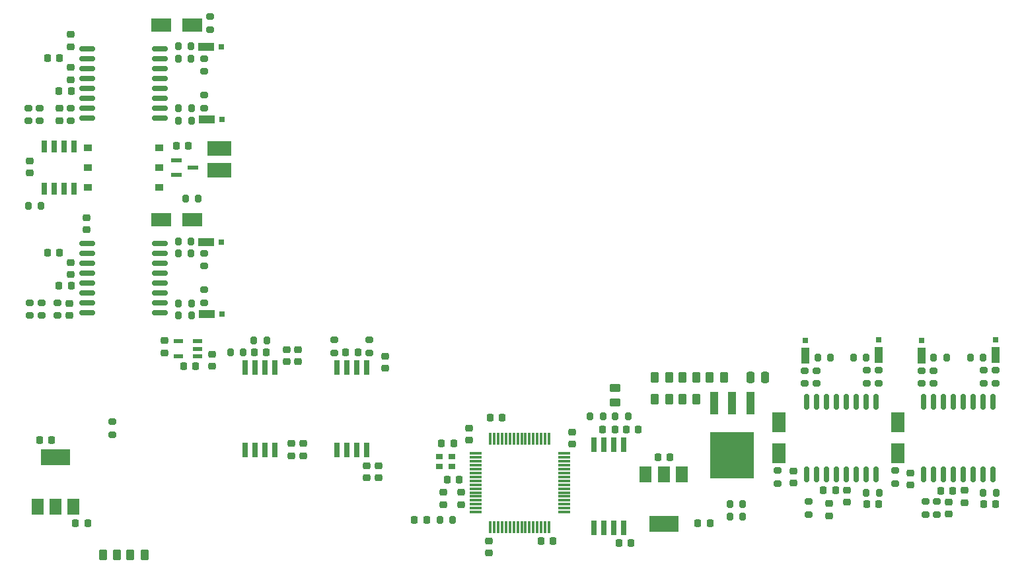
<source format=gbr>
%TF.GenerationSoftware,KiCad,Pcbnew,(6.0.9)*%
%TF.CreationDate,2023-07-13T02:30:16+01:00*%
%TF.ProjectId,Resonant_Converter_V1,5265736f-6e61-46e7-945f-436f6e766572,rev?*%
%TF.SameCoordinates,Original*%
%TF.FileFunction,Paste,Top*%
%TF.FilePolarity,Positive*%
%FSLAX46Y46*%
G04 Gerber Fmt 4.6, Leading zero omitted, Abs format (unit mm)*
G04 Created by KiCad (PCBNEW (6.0.9)) date 2023-07-13 02:30:16*
%MOMM*%
%LPD*%
G01*
G04 APERTURE LIST*
G04 Aperture macros list*
%AMRoundRect*
0 Rectangle with rounded corners*
0 $1 Rounding radius*
0 $2 $3 $4 $5 $6 $7 $8 $9 X,Y pos of 4 corners*
0 Add a 4 corners polygon primitive as box body*
4,1,4,$2,$3,$4,$5,$6,$7,$8,$9,$2,$3,0*
0 Add four circle primitives for the rounded corners*
1,1,$1+$1,$2,$3*
1,1,$1+$1,$4,$5*
1,1,$1+$1,$6,$7*
1,1,$1+$1,$8,$9*
0 Add four rect primitives between the rounded corners*
20,1,$1+$1,$2,$3,$4,$5,0*
20,1,$1+$1,$4,$5,$6,$7,0*
20,1,$1+$1,$6,$7,$8,$9,0*
20,1,$1+$1,$8,$9,$2,$3,0*%
G04 Aperture macros list end*
%ADD10RoundRect,0.200000X-0.200000X-0.275000X0.200000X-0.275000X0.200000X0.275000X-0.200000X0.275000X0*%
%ADD11R,1.000000X2.850000*%
%ADD12R,5.550000X5.950000*%
%ADD13RoundRect,0.225000X-0.225000X-0.250000X0.225000X-0.250000X0.225000X0.250000X-0.225000X0.250000X0*%
%ADD14R,1.500000X2.000000*%
%ADD15R,3.800000X2.000000*%
%ADD16RoundRect,0.250000X0.262500X0.450000X-0.262500X0.450000X-0.262500X-0.450000X0.262500X-0.450000X0*%
%ADD17RoundRect,0.225000X0.250000X-0.225000X0.250000X0.225000X-0.250000X0.225000X-0.250000X-0.225000X0*%
%ADD18RoundRect,0.225000X0.225000X0.250000X-0.225000X0.250000X-0.225000X-0.250000X0.225000X-0.250000X0*%
%ADD19RoundRect,0.200000X-0.275000X0.200000X-0.275000X-0.200000X0.275000X-0.200000X0.275000X0.200000X0*%
%ADD20RoundRect,0.225000X-0.250000X0.225000X-0.250000X-0.225000X0.250000X-0.225000X0.250000X0.225000X0*%
%ADD21RoundRect,0.200000X0.275000X-0.200000X0.275000X0.200000X-0.275000X0.200000X-0.275000X-0.200000X0*%
%ADD22RoundRect,0.250000X-0.262500X-0.450000X0.262500X-0.450000X0.262500X0.450000X-0.262500X0.450000X0*%
%ADD23RoundRect,0.200000X0.200000X0.275000X-0.200000X0.275000X-0.200000X-0.275000X0.200000X-0.275000X0*%
%ADD24RoundRect,0.150000X0.150000X-0.875000X0.150000X0.875000X-0.150000X0.875000X-0.150000X-0.875000X0*%
%ADD25R,1.100000X2.000000*%
%ADD26R,0.800000X0.800000*%
%ADD27RoundRect,0.150000X-0.875000X-0.150000X0.875000X-0.150000X0.875000X0.150000X-0.875000X0.150000X0*%
%ADD28RoundRect,0.250000X-0.450000X0.262500X-0.450000X-0.262500X0.450000X-0.262500X0.450000X0.262500X0*%
%ADD29R,2.000000X1.100000*%
%ADD30RoundRect,0.250000X-0.250000X-0.475000X0.250000X-0.475000X0.250000X0.475000X-0.250000X0.475000X0*%
%ADD31R,1.800000X2.500000*%
%ADD32R,0.900000X0.800000*%
%ADD33R,0.650000X1.850000*%
%ADD34RoundRect,0.075000X-0.700000X-0.075000X0.700000X-0.075000X0.700000X0.075000X-0.700000X0.075000X0*%
%ADD35RoundRect,0.075000X-0.075000X-0.700000X0.075000X-0.700000X0.075000X0.700000X-0.075000X0.700000X0*%
%ADD36R,1.200000X0.600000*%
%ADD37R,1.350000X0.600000*%
%ADD38R,2.500000X1.800000*%
%ADD39RoundRect,0.218750X-0.218750X-0.256250X0.218750X-0.256250X0.218750X0.256250X-0.218750X0.256250X0*%
%ADD40R,3.100000X1.900000*%
%ADD41R,0.650000X1.525000*%
%ADD42R,1.120000X0.960000*%
G04 APERTURE END LIST*
D10*
%TO.C,R62*%
X50775000Y-78200000D03*
X52425000Y-78200000D03*
%TD*%
D11*
%TO.C,IC1*%
X143290000Y-103500000D03*
X141000000Y-103500000D03*
X138710000Y-103500000D03*
D12*
X141000000Y-110250000D03*
%TD*%
D13*
%TO.C,C55*%
X56825000Y-118900000D03*
X58375000Y-118900000D03*
%TD*%
%TO.C,C47*%
X53775000Y-108250000D03*
X52225000Y-108250000D03*
%TD*%
D14*
%TO.C,U3*%
X51950000Y-116800000D03*
D15*
X54250000Y-110500000D03*
D14*
X54250000Y-116800000D03*
X56550000Y-116800000D03*
%TD*%
D16*
%TO.C,R61*%
X62162500Y-123000000D03*
X60337500Y-123000000D03*
%TD*%
%TO.C,R60*%
X65662500Y-123000000D03*
X63837500Y-123000000D03*
%TD*%
D17*
%TO.C,C38*%
X96500000Y-99025000D03*
X96500000Y-97475000D03*
%TD*%
D10*
%TO.C,R47*%
X171520000Y-97722500D03*
X173170000Y-97722500D03*
%TD*%
D18*
%TO.C,C80*%
X174765000Y-116500000D03*
X173215000Y-116500000D03*
%TD*%
D19*
%TO.C,R43*%
X73277500Y-89005000D03*
X73277500Y-90655000D03*
%TD*%
D20*
%TO.C,C45*%
X94150000Y-111575000D03*
X94150000Y-113125000D03*
%TD*%
D21*
%TO.C,R7*%
X165265000Y-101025000D03*
X165265000Y-99375000D03*
%TD*%
D10*
%TO.C,R55*%
X140665000Y-116500000D03*
X142315000Y-116500000D03*
%TD*%
D18*
%TO.C,C89*%
X159765000Y-116500000D03*
X158215000Y-116500000D03*
%TD*%
%TO.C,C81*%
X154225000Y-114700000D03*
X152675000Y-114700000D03*
%TD*%
D22*
%TO.C,R8*%
X131087500Y-100250000D03*
X132912500Y-100250000D03*
%TD*%
D18*
%TO.C,C17*%
X105275000Y-108700000D03*
X103725000Y-108700000D03*
%TD*%
D14*
%TO.C,U4*%
X134500000Y-112700000D03*
D15*
X132200000Y-119000000D03*
D14*
X132200000Y-112700000D03*
X129900000Y-112700000D03*
%TD*%
D10*
%TO.C,R58*%
X156520000Y-97722500D03*
X158170000Y-97722500D03*
%TD*%
D18*
%TO.C,C40*%
X125945000Y-106950000D03*
X124395000Y-106950000D03*
%TD*%
D17*
%TO.C,C4*%
X106250000Y-116525000D03*
X106250000Y-114975000D03*
%TD*%
%TO.C,C11*%
X54750000Y-67250000D03*
X54750000Y-65700000D03*
%TD*%
D23*
%TO.C,R29*%
X78325000Y-97000000D03*
X76675000Y-97000000D03*
%TD*%
D18*
%TO.C,C15*%
X54775000Y-59250000D03*
X53225000Y-59250000D03*
%TD*%
D20*
%TO.C,C87*%
X153390000Y-116425000D03*
X153390000Y-117975000D03*
%TD*%
D24*
%TO.C,U7*%
X150545000Y-112650000D03*
X151815000Y-112650000D03*
X153085000Y-112650000D03*
X154355000Y-112650000D03*
X155625000Y-112650000D03*
X156895000Y-112650000D03*
X158165000Y-112650000D03*
X159435000Y-112650000D03*
X159435000Y-103350000D03*
X158165000Y-103350000D03*
X156895000Y-103350000D03*
X155625000Y-103350000D03*
X154355000Y-103350000D03*
X153085000Y-103350000D03*
X151815000Y-103350000D03*
X150545000Y-103350000D03*
%TD*%
D17*
%TO.C,C13*%
X56250000Y-57775000D03*
X56250000Y-56225000D03*
%TD*%
D16*
%TO.C,R9*%
X136412500Y-103000000D03*
X134587500Y-103000000D03*
%TD*%
D19*
%TO.C,R52*%
X151815000Y-99375000D03*
X151815000Y-101025000D03*
%TD*%
D20*
%TO.C,C69*%
X120500000Y-107225000D03*
X120500000Y-108775000D03*
%TD*%
D23*
%TO.C,R53*%
X153575000Y-97722500D03*
X151925000Y-97722500D03*
%TD*%
D13*
%TO.C,C39*%
X126475000Y-121500000D03*
X128025000Y-121500000D03*
%TD*%
D18*
%TO.C,C26*%
X56275000Y-88475000D03*
X54725000Y-88475000D03*
%TD*%
D17*
%TO.C,C14*%
X56250000Y-87000000D03*
X56250000Y-85450000D03*
%TD*%
D19*
%TO.C,R32*%
X73277500Y-64005000D03*
X73277500Y-65655000D03*
%TD*%
D21*
%TO.C,R51*%
X150265000Y-101025000D03*
X150265000Y-99375000D03*
%TD*%
D25*
%TO.C,D16*%
X159750000Y-97330000D03*
D26*
X159750000Y-95430000D03*
%TD*%
D23*
%TO.C,R42*%
X71675000Y-90700000D03*
X70025000Y-90700000D03*
%TD*%
D21*
%TO.C,R28*%
X167240000Y-117825000D03*
X167240000Y-116175000D03*
%TD*%
D13*
%TO.C,C37*%
X70675000Y-98800000D03*
X72225000Y-98800000D03*
%TD*%
D27*
%TO.C,U2*%
X58350000Y-58030000D03*
X58350000Y-59300000D03*
X58350000Y-60570000D03*
X58350000Y-61840000D03*
X58350000Y-63110000D03*
X58350000Y-64380000D03*
X58350000Y-65650000D03*
X58350000Y-66920000D03*
X67650000Y-66920000D03*
X67650000Y-65650000D03*
X67650000Y-64380000D03*
X67650000Y-63110000D03*
X67650000Y-61840000D03*
X67650000Y-60570000D03*
X67650000Y-59300000D03*
X67650000Y-58030000D03*
%TD*%
D17*
%TO.C,C29*%
X58250000Y-81275000D03*
X58250000Y-79725000D03*
%TD*%
D21*
%TO.C,R13*%
X73277500Y-60955000D03*
X73277500Y-59305000D03*
%TD*%
%TO.C,R44*%
X54500000Y-92300000D03*
X54500000Y-90650000D03*
%TD*%
D28*
%TO.C,R5*%
X126000000Y-101587500D03*
X126000000Y-103412500D03*
%TD*%
D21*
%TO.C,R18*%
X94500000Y-97075000D03*
X94500000Y-95425000D03*
%TD*%
D23*
%TO.C,R36*%
X71625000Y-84300000D03*
X69975000Y-84300000D03*
%TD*%
D19*
%TO.C,R1*%
X74077500Y-53925000D03*
X74077500Y-55575000D03*
%TD*%
D23*
%TO.C,R48*%
X174815000Y-115000000D03*
X173165000Y-115000000D03*
%TD*%
D27*
%TO.C,U5*%
X58350000Y-83030000D03*
X58350000Y-84300000D03*
X58350000Y-85570000D03*
X58350000Y-86840000D03*
X58350000Y-88110000D03*
X58350000Y-89380000D03*
X58350000Y-90650000D03*
X58350000Y-91920000D03*
X67650000Y-91920000D03*
X67650000Y-90650000D03*
X67650000Y-89380000D03*
X67650000Y-88110000D03*
X67650000Y-86840000D03*
X67650000Y-85570000D03*
X67650000Y-84300000D03*
X67650000Y-83030000D03*
%TD*%
D19*
%TO.C,R57*%
X158215000Y-99325000D03*
X158215000Y-100975000D03*
%TD*%
D13*
%TO.C,C75*%
X136575000Y-118900000D03*
X138125000Y-118900000D03*
%TD*%
D22*
%TO.C,R10*%
X134587500Y-100250000D03*
X136412500Y-100250000D03*
%TD*%
D21*
%TO.C,R39*%
X52500000Y-92300000D03*
X52500000Y-90650000D03*
%TD*%
D23*
%TO.C,R34*%
X72575000Y-77250000D03*
X70925000Y-77250000D03*
%TD*%
D19*
%TO.C,R50*%
X146790000Y-112175000D03*
X146790000Y-113825000D03*
%TD*%
D26*
%TO.C,D13*%
X174750000Y-95430000D03*
D25*
X174750000Y-97330000D03*
%TD*%
D17*
%TO.C,C67*%
X83875000Y-98200000D03*
X83875000Y-96650000D03*
%TD*%
D29*
%TO.C,D7*%
X73670000Y-67130000D03*
D26*
X75570000Y-67130000D03*
%TD*%
D30*
%TO.C,C73*%
X143300000Y-100250000D03*
X145200000Y-100250000D03*
%TD*%
D18*
%TO.C,C27*%
X169275000Y-114750000D03*
X167725000Y-114750000D03*
%TD*%
D17*
%TO.C,C31*%
X56000000Y-92250000D03*
X56000000Y-90700000D03*
%TD*%
D21*
%TO.C,R38*%
X51000000Y-92300000D03*
X51000000Y-90650000D03*
%TD*%
D17*
%TO.C,C43*%
X51000000Y-73998500D03*
X51000000Y-72448500D03*
%TD*%
%TO.C,C65*%
X84500000Y-110275000D03*
X84500000Y-108725000D03*
%TD*%
D24*
%TO.C,U6*%
X165545000Y-112650000D03*
X166815000Y-112650000D03*
X168085000Y-112650000D03*
X169355000Y-112650000D03*
X170625000Y-112650000D03*
X171895000Y-112650000D03*
X173165000Y-112650000D03*
X174435000Y-112650000D03*
X174435000Y-103350000D03*
X173165000Y-103350000D03*
X171895000Y-103350000D03*
X170625000Y-103350000D03*
X169355000Y-103350000D03*
X168085000Y-103350000D03*
X166815000Y-103350000D03*
X165545000Y-103350000D03*
%TD*%
D29*
%TO.C,D5*%
X73600000Y-57830000D03*
D26*
X75500000Y-57830000D03*
%TD*%
D18*
%TO.C,C12*%
X56275000Y-63475000D03*
X54725000Y-63475000D03*
%TD*%
D29*
%TO.C,D11*%
X73670000Y-92130000D03*
D26*
X75570000Y-92130000D03*
%TD*%
D13*
%TO.C,C74*%
X131475000Y-110500000D03*
X133025000Y-110500000D03*
%TD*%
D21*
%TO.C,R3*%
X52250000Y-67300000D03*
X52250000Y-65650000D03*
%TD*%
D19*
%TO.C,R46*%
X173215000Y-99325000D03*
X173215000Y-100975000D03*
%TD*%
D23*
%TO.C,R30*%
X105150000Y-118500000D03*
X103500000Y-118500000D03*
%TD*%
D31*
%TO.C,D14*%
X146990000Y-106000000D03*
X146990000Y-110000000D03*
%TD*%
D17*
%TO.C,C3*%
X109800000Y-122775000D03*
X109800000Y-121225000D03*
%TD*%
D32*
%TO.C,Y1*%
X103425000Y-111625000D03*
X105075000Y-111625000D03*
X105075000Y-110375000D03*
X103425000Y-110375000D03*
%TD*%
D18*
%TO.C,C35*%
X71275000Y-70500000D03*
X69725000Y-70500000D03*
%TD*%
D33*
%TO.C,IC9*%
X82405000Y-98925000D03*
X81135000Y-98925000D03*
X79865000Y-98925000D03*
X78595000Y-98925000D03*
X78595000Y-109575000D03*
X79865000Y-109575000D03*
X81135000Y-109575000D03*
X82405000Y-109575000D03*
%TD*%
D21*
%TO.C,R23*%
X165740000Y-117825000D03*
X165740000Y-116175000D03*
%TD*%
%TO.C,R40*%
X61500000Y-107575000D03*
X61500000Y-105925000D03*
%TD*%
%TO.C,R56*%
X159765000Y-100975000D03*
X159765000Y-99325000D03*
%TD*%
D20*
%TO.C,C79*%
X170750000Y-114725000D03*
X170750000Y-116275000D03*
%TD*%
D23*
%TO.C,R11*%
X71625000Y-59300000D03*
X69975000Y-59300000D03*
%TD*%
%TO.C,R31*%
X71675000Y-65700000D03*
X70025000Y-65700000D03*
%TD*%
D17*
%TO.C,C77*%
X163850000Y-114025000D03*
X163850000Y-112475000D03*
%TD*%
D13*
%TO.C,C70*%
X109975000Y-105400000D03*
X111525000Y-105400000D03*
%TD*%
D23*
%TO.C,R59*%
X159815000Y-115000000D03*
X158165000Y-115000000D03*
%TD*%
D34*
%TO.C,U1*%
X108075000Y-110000000D03*
X108075000Y-110500000D03*
X108075000Y-111000000D03*
X108075000Y-111500000D03*
X108075000Y-112000000D03*
X108075000Y-112500000D03*
X108075000Y-113000000D03*
X108075000Y-113500000D03*
X108075000Y-114000000D03*
X108075000Y-114500000D03*
X108075000Y-115000000D03*
X108075000Y-115500000D03*
X108075000Y-116000000D03*
X108075000Y-116500000D03*
X108075000Y-117000000D03*
X108075000Y-117500000D03*
D35*
X110000000Y-119425000D03*
X110500000Y-119425000D03*
X111000000Y-119425000D03*
X111500000Y-119425000D03*
X112000000Y-119425000D03*
X112500000Y-119425000D03*
X113000000Y-119425000D03*
X113500000Y-119425000D03*
X114000000Y-119425000D03*
X114500000Y-119425000D03*
X115000000Y-119425000D03*
X115500000Y-119425000D03*
X116000000Y-119425000D03*
X116500000Y-119425000D03*
X117000000Y-119425000D03*
X117500000Y-119425000D03*
D34*
X119425000Y-117500000D03*
X119425000Y-117000000D03*
X119425000Y-116500000D03*
X119425000Y-116000000D03*
X119425000Y-115500000D03*
X119425000Y-115000000D03*
X119425000Y-114500000D03*
X119425000Y-114000000D03*
X119425000Y-113500000D03*
X119425000Y-113000000D03*
X119425000Y-112500000D03*
X119425000Y-112000000D03*
X119425000Y-111500000D03*
X119425000Y-111000000D03*
X119425000Y-110500000D03*
X119425000Y-110000000D03*
D35*
X117500000Y-108075000D03*
X117000000Y-108075000D03*
X116500000Y-108075000D03*
X116000000Y-108075000D03*
X115500000Y-108075000D03*
X115000000Y-108075000D03*
X114500000Y-108075000D03*
X114000000Y-108075000D03*
X113500000Y-108075000D03*
X113000000Y-108075000D03*
X112500000Y-108075000D03*
X112000000Y-108075000D03*
X111500000Y-108075000D03*
X111000000Y-108075000D03*
X110500000Y-108075000D03*
X110000000Y-108075000D03*
%TD*%
D20*
%TO.C,C59*%
X95650000Y-111575000D03*
X95650000Y-113125000D03*
%TD*%
D17*
%TO.C,C86*%
X148850000Y-113775000D03*
X148850000Y-112225000D03*
%TD*%
D16*
%TO.C,R22*%
X132912500Y-103000000D03*
X131087500Y-103000000D03*
%TD*%
D31*
%TO.C,D6*%
X162200000Y-105975000D03*
X162200000Y-109975000D03*
%TD*%
D20*
%TO.C,C10*%
X104000000Y-114975000D03*
X104000000Y-116525000D03*
%TD*%
D21*
%TO.C,R19*%
X90000000Y-97075000D03*
X90000000Y-95425000D03*
%TD*%
%TO.C,R4*%
X161890000Y-113825000D03*
X161890000Y-112175000D03*
%TD*%
D36*
%TO.C,PS1*%
X72500000Y-97500000D03*
X72500000Y-96550000D03*
X72500000Y-95600000D03*
X70000000Y-95600000D03*
X70000000Y-97500000D03*
%TD*%
D21*
%TO.C,R2*%
X50750000Y-67300000D03*
X50750000Y-65650000D03*
%TD*%
D13*
%TO.C,C42*%
X127375000Y-106950000D03*
X128925000Y-106950000D03*
%TD*%
D37*
%TO.C,D1*%
X69762500Y-72350000D03*
X69762500Y-74250000D03*
X71862500Y-73300000D03*
%TD*%
D33*
%TO.C,IC5*%
X94155000Y-98925000D03*
X92885000Y-98925000D03*
X91615000Y-98925000D03*
X90345000Y-98925000D03*
X90345000Y-109575000D03*
X91615000Y-109575000D03*
X92885000Y-109575000D03*
X94155000Y-109575000D03*
%TD*%
D17*
%TO.C,C68*%
X85325000Y-98200000D03*
X85325000Y-96650000D03*
%TD*%
D10*
%TO.C,R35*%
X69975000Y-82750000D03*
X71625000Y-82750000D03*
%TD*%
D38*
%TO.C,D8*%
X67827500Y-54975000D03*
X71827500Y-54975000D03*
%TD*%
D23*
%TO.C,R20*%
X124420000Y-105200000D03*
X122770000Y-105200000D03*
%TD*%
D10*
%TO.C,R15*%
X70025000Y-67250000D03*
X71675000Y-67250000D03*
%TD*%
D18*
%TO.C,C16*%
X106025000Y-113362500D03*
X104475000Y-113362500D03*
%TD*%
%TO.C,C30*%
X54775000Y-84250000D03*
X53225000Y-84250000D03*
%TD*%
D39*
%TO.C,D4*%
X100237500Y-118500000D03*
X101812500Y-118500000D03*
%TD*%
D18*
%TO.C,C46*%
X93000000Y-97000000D03*
X91450000Y-97000000D03*
%TD*%
D10*
%TO.C,R41*%
X70025000Y-92250000D03*
X71675000Y-92250000D03*
%TD*%
%TO.C,R12*%
X125975000Y-105200000D03*
X127625000Y-105200000D03*
%TD*%
D23*
%TO.C,R27*%
X81325000Y-95500000D03*
X79675000Y-95500000D03*
%TD*%
D25*
%TO.C,D15*%
X150345000Y-97400000D03*
D26*
X150345000Y-95500000D03*
%TD*%
D18*
%TO.C,C1*%
X118025000Y-121250000D03*
X116475000Y-121250000D03*
%TD*%
D21*
%TO.C,R45*%
X174765000Y-100975000D03*
X174765000Y-99325000D03*
%TD*%
D20*
%TO.C,C36*%
X68250000Y-95525000D03*
X68250000Y-97075000D03*
%TD*%
D40*
%TO.C,C34*%
X75250000Y-70850000D03*
X75250000Y-73650000D03*
%TD*%
D29*
%TO.C,D10*%
X73600000Y-82830000D03*
D26*
X75500000Y-82830000D03*
%TD*%
D17*
%TO.C,C2*%
X107250000Y-108275000D03*
X107250000Y-106725000D03*
%TD*%
D20*
%TO.C,C44*%
X74300000Y-97250000D03*
X74300000Y-98800000D03*
%TD*%
D19*
%TO.C,R16*%
X166815000Y-99375000D03*
X166815000Y-101025000D03*
%TD*%
D23*
%TO.C,R17*%
X168470000Y-97722500D03*
X166820000Y-97722500D03*
%TD*%
D21*
%TO.C,R54*%
X150740000Y-117825000D03*
X150740000Y-116175000D03*
%TD*%
D22*
%TO.C,R21*%
X138087500Y-100250000D03*
X139912500Y-100250000D03*
%TD*%
D41*
%TO.C,IC3*%
X56655000Y-70549500D03*
X55385000Y-70549500D03*
X54115000Y-70549500D03*
X52845000Y-70549500D03*
X52845000Y-75973500D03*
X54115000Y-75973500D03*
X55385000Y-75973500D03*
X56655000Y-75973500D03*
%TD*%
D21*
%TO.C,R33*%
X56250000Y-67300000D03*
X56250000Y-65650000D03*
%TD*%
D10*
%TO.C,R6*%
X69975000Y-57750000D03*
X71625000Y-57750000D03*
%TD*%
D20*
%TO.C,C78*%
X168740000Y-116225000D03*
X168740000Y-117775000D03*
%TD*%
D42*
%TO.C,T1*%
X58430000Y-70760000D03*
X58430000Y-73300000D03*
X58430000Y-75840000D03*
X67570000Y-75840000D03*
X67570000Y-73300000D03*
X67570000Y-70760000D03*
%TD*%
D33*
%TO.C,IC4*%
X127100000Y-108875000D03*
X125830000Y-108875000D03*
X124560000Y-108875000D03*
X123290000Y-108875000D03*
X123290000Y-119525000D03*
X124560000Y-119525000D03*
X125830000Y-119525000D03*
X127100000Y-119525000D03*
%TD*%
D10*
%TO.C,R49*%
X140665000Y-118100000D03*
X142315000Y-118100000D03*
%TD*%
D17*
%TO.C,C18*%
X56250000Y-62000000D03*
X56250000Y-60450000D03*
%TD*%
D25*
%TO.C,D12*%
X165250000Y-97400000D03*
D26*
X165250000Y-95500000D03*
%TD*%
D21*
%TO.C,R37*%
X73277500Y-85955000D03*
X73277500Y-84305000D03*
%TD*%
D17*
%TO.C,C64*%
X86000000Y-110275000D03*
X86000000Y-108725000D03*
%TD*%
D18*
%TO.C,C66*%
X81275000Y-97000000D03*
X79725000Y-97000000D03*
%TD*%
D20*
%TO.C,C88*%
X155690000Y-114675000D03*
X155690000Y-116225000D03*
%TD*%
D38*
%TO.C,D9*%
X67827500Y-79975000D03*
X71827500Y-79975000D03*
%TD*%
M02*

</source>
